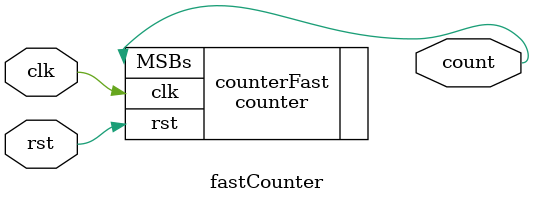
<source format=sv>
`timescale 1ns / 1ps


module fastCounter(
    input clk,
    input rst,
    output count
    );
    
    counter #(.N(4)) counterFast(
        .clk(clk),
        .rst(rst),
        .MSBs(count)
    );
endmodule

</source>
